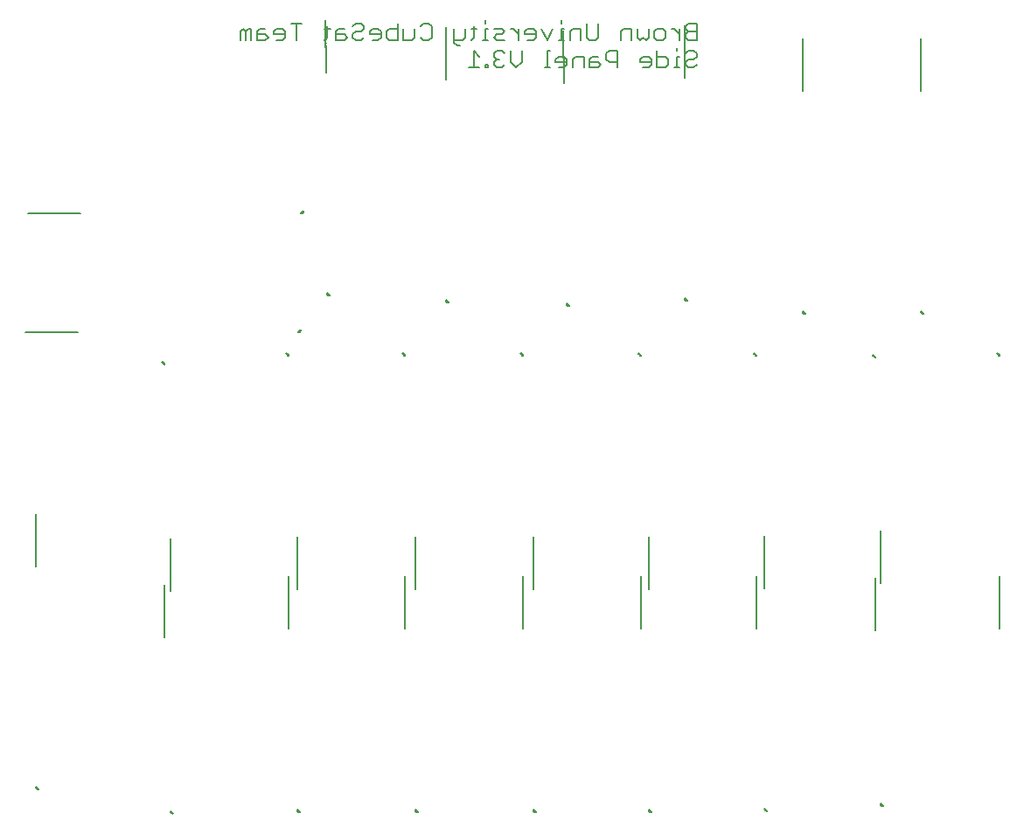
<source format=gbo>
G75*
%MOIN*%
%OFA0B0*%
%FSLAX25Y25*%
%IPPOS*%
%LPD*%
%AMOC8*
5,1,8,0,0,1.08239X$1,22.5*
%
%ADD10C,0.00600*%
%ADD11C,0.00500*%
D10*
X0420967Y0301635D02*
X0425237Y0301635D01*
X0423102Y0301635D02*
X0423102Y0308040D01*
X0425237Y0305905D01*
X0427393Y0302702D02*
X0427393Y0301635D01*
X0428460Y0301635D01*
X0428460Y0302702D01*
X0427393Y0302702D01*
X0430635Y0302702D02*
X0431703Y0301635D01*
X0433838Y0301635D01*
X0434906Y0302702D01*
X0437081Y0303770D02*
X0439216Y0301635D01*
X0441351Y0303770D01*
X0441351Y0308040D01*
X0440277Y0312135D02*
X0440277Y0316405D01*
X0440277Y0314270D02*
X0438142Y0316405D01*
X0437074Y0316405D01*
X0434906Y0315337D02*
X0433838Y0316405D01*
X0430635Y0316405D01*
X0428460Y0316405D02*
X0427393Y0316405D01*
X0427393Y0312135D01*
X0428460Y0312135D02*
X0426325Y0312135D01*
X0423096Y0313202D02*
X0422028Y0312135D01*
X0423096Y0313202D02*
X0423096Y0317473D01*
X0424163Y0316405D02*
X0422028Y0316405D01*
X0419866Y0316405D02*
X0419866Y0313202D01*
X0418799Y0312135D01*
X0415596Y0312135D01*
X0415596Y0311067D02*
X0416663Y0309999D01*
X0417731Y0309999D01*
X0415596Y0311067D02*
X0415596Y0316405D01*
X0406975Y0317473D02*
X0406975Y0313202D01*
X0405908Y0312135D01*
X0403772Y0312135D01*
X0402705Y0313202D01*
X0400530Y0313202D02*
X0399462Y0312135D01*
X0396259Y0312135D01*
X0396259Y0316405D01*
X0394084Y0316405D02*
X0390881Y0316405D01*
X0389814Y0315337D01*
X0389814Y0313202D01*
X0390881Y0312135D01*
X0394084Y0312135D01*
X0394084Y0318540D01*
X0400530Y0316405D02*
X0400530Y0313202D01*
X0402705Y0317473D02*
X0403772Y0318540D01*
X0405908Y0318540D01*
X0406975Y0317473D01*
X0387639Y0315337D02*
X0387639Y0313202D01*
X0386571Y0312135D01*
X0384436Y0312135D01*
X0383368Y0314270D02*
X0387639Y0314270D01*
X0387639Y0315337D02*
X0386571Y0316405D01*
X0384436Y0316405D01*
X0383368Y0315337D01*
X0383368Y0314270D01*
X0381193Y0313202D02*
X0380126Y0312135D01*
X0377990Y0312135D01*
X0376923Y0313202D01*
X0376923Y0314270D01*
X0377990Y0315337D01*
X0380126Y0315337D01*
X0381193Y0316405D01*
X0381193Y0317473D01*
X0380126Y0318540D01*
X0377990Y0318540D01*
X0376923Y0317473D01*
X0373680Y0316405D02*
X0371545Y0316405D01*
X0370477Y0315337D01*
X0370477Y0312135D01*
X0373680Y0312135D01*
X0374748Y0313202D01*
X0373680Y0314270D01*
X0370477Y0314270D01*
X0368302Y0316405D02*
X0366167Y0316405D01*
X0367235Y0317473D02*
X0367235Y0313202D01*
X0366167Y0312135D01*
X0355425Y0312135D02*
X0355425Y0318540D01*
X0357560Y0318540D02*
X0353289Y0318540D01*
X0351114Y0315337D02*
X0350047Y0316405D01*
X0347911Y0316405D01*
X0346844Y0315337D01*
X0346844Y0314270D01*
X0351114Y0314270D01*
X0351114Y0315337D02*
X0351114Y0313202D01*
X0350047Y0312135D01*
X0347911Y0312135D01*
X0344669Y0313202D02*
X0343601Y0314270D01*
X0340398Y0314270D01*
X0340398Y0315337D02*
X0340398Y0312135D01*
X0343601Y0312135D01*
X0344669Y0313202D01*
X0343601Y0316405D02*
X0341466Y0316405D01*
X0340398Y0315337D01*
X0338223Y0316405D02*
X0338223Y0312135D01*
X0336088Y0312135D02*
X0336088Y0315337D01*
X0335020Y0316405D01*
X0333953Y0315337D01*
X0333953Y0312135D01*
X0336088Y0315337D02*
X0337156Y0316405D01*
X0338223Y0316405D01*
X0427393Y0318540D02*
X0427393Y0319608D01*
X0431703Y0314270D02*
X0433838Y0314270D01*
X0434906Y0315337D01*
X0434906Y0312135D02*
X0431703Y0312135D01*
X0430635Y0313202D01*
X0431703Y0314270D01*
X0431703Y0308040D02*
X0430635Y0306973D01*
X0430635Y0305905D01*
X0431703Y0304837D01*
X0430635Y0303770D01*
X0430635Y0302702D01*
X0431703Y0304837D02*
X0432770Y0304837D01*
X0434906Y0306973D02*
X0433838Y0308040D01*
X0431703Y0308040D01*
X0437081Y0308040D02*
X0437081Y0303770D01*
X0443520Y0312135D02*
X0445655Y0312135D01*
X0446722Y0313202D01*
X0446722Y0315337D01*
X0445655Y0316405D01*
X0443520Y0316405D01*
X0442452Y0315337D01*
X0442452Y0314270D01*
X0446722Y0314270D01*
X0448898Y0316405D02*
X0451033Y0312135D01*
X0453168Y0316405D01*
X0456397Y0316405D02*
X0456397Y0312135D01*
X0455330Y0312135D02*
X0457465Y0312135D01*
X0459640Y0312135D02*
X0459640Y0315337D01*
X0460708Y0316405D01*
X0463910Y0316405D01*
X0463910Y0312135D01*
X0466086Y0313202D02*
X0466086Y0318540D01*
X0470356Y0318540D02*
X0470356Y0313202D01*
X0469288Y0312135D01*
X0467153Y0312135D01*
X0466086Y0313202D01*
X0457465Y0316405D02*
X0456397Y0316405D01*
X0456397Y0318540D02*
X0456397Y0319608D01*
X0452094Y0308040D02*
X0451026Y0308040D01*
X0451026Y0301635D01*
X0452094Y0301635D02*
X0449958Y0301635D01*
X0454269Y0303770D02*
X0458539Y0303770D01*
X0458539Y0304837D02*
X0457472Y0305905D01*
X0455336Y0305905D01*
X0454269Y0304837D01*
X0454269Y0303770D01*
X0455336Y0301635D02*
X0457472Y0301635D01*
X0458539Y0302702D01*
X0458539Y0304837D01*
X0460714Y0304837D02*
X0460714Y0301635D01*
X0460714Y0304837D02*
X0461782Y0305905D01*
X0464985Y0305905D01*
X0464985Y0301635D01*
X0467160Y0301635D02*
X0470363Y0301635D01*
X0471430Y0302702D01*
X0470363Y0303770D01*
X0467160Y0303770D01*
X0467160Y0304837D02*
X0467160Y0301635D01*
X0467160Y0304837D02*
X0468227Y0305905D01*
X0470363Y0305905D01*
X0473605Y0306973D02*
X0473605Y0304837D01*
X0474673Y0303770D01*
X0477876Y0303770D01*
X0477876Y0301635D02*
X0477876Y0308040D01*
X0474673Y0308040D01*
X0473605Y0306973D01*
X0478977Y0312135D02*
X0478977Y0315337D01*
X0480044Y0316405D01*
X0483247Y0316405D01*
X0483247Y0312135D01*
X0485422Y0313202D02*
X0485422Y0316405D01*
X0485422Y0313202D02*
X0486490Y0312135D01*
X0487557Y0313202D01*
X0488625Y0312135D01*
X0489692Y0313202D01*
X0489692Y0316405D01*
X0491868Y0315337D02*
X0492935Y0316405D01*
X0495070Y0316405D01*
X0496138Y0315337D01*
X0496138Y0313202D01*
X0495070Y0312135D01*
X0492935Y0312135D01*
X0491868Y0313202D01*
X0491868Y0315337D01*
X0498306Y0316405D02*
X0499374Y0316405D01*
X0501509Y0314270D01*
X0501509Y0312135D02*
X0501509Y0316405D01*
X0503684Y0316405D02*
X0504752Y0315337D01*
X0507955Y0315337D01*
X0507955Y0312135D02*
X0504752Y0312135D01*
X0503684Y0313202D01*
X0503684Y0314270D01*
X0504752Y0315337D01*
X0503684Y0316405D02*
X0503684Y0317473D01*
X0504752Y0318540D01*
X0507955Y0318540D01*
X0507955Y0312135D01*
X0506887Y0308040D02*
X0507955Y0306973D01*
X0507955Y0305905D01*
X0506887Y0304837D01*
X0504752Y0304837D01*
X0503684Y0303770D01*
X0503684Y0302702D01*
X0504752Y0301635D01*
X0506887Y0301635D01*
X0507955Y0302702D01*
X0501509Y0301635D02*
X0499374Y0301635D01*
X0500442Y0301635D02*
X0500442Y0305905D01*
X0501509Y0305905D01*
X0500442Y0308040D02*
X0500442Y0309108D01*
X0503684Y0306973D02*
X0504752Y0308040D01*
X0506887Y0308040D01*
X0497212Y0304837D02*
X0496145Y0305905D01*
X0492942Y0305905D01*
X0492942Y0308040D02*
X0492942Y0301635D01*
X0496145Y0301635D01*
X0497212Y0302702D01*
X0497212Y0304837D01*
X0490767Y0304837D02*
X0490767Y0302702D01*
X0489699Y0301635D01*
X0487564Y0301635D01*
X0486496Y0303770D02*
X0490767Y0303770D01*
X0490767Y0304837D02*
X0489699Y0305905D01*
X0487564Y0305905D01*
X0486496Y0304837D01*
X0486496Y0303770D01*
D11*
X0256168Y0027374D02*
X0257168Y0026374D01*
X0256909Y0026408D01*
X0256668Y0026508D01*
X0256461Y0026667D01*
X0256302Y0026874D01*
X0256202Y0027115D01*
X0256168Y0027374D01*
X0256171Y0027351D02*
X0256191Y0027351D01*
X0256318Y0026852D02*
X0256689Y0026852D01*
X0307507Y0018240D02*
X0308507Y0017240D01*
X0308248Y0017274D01*
X0308007Y0017374D01*
X0307799Y0017533D01*
X0307641Y0017740D01*
X0307541Y0017981D01*
X0307507Y0018240D01*
X0307583Y0017879D02*
X0307867Y0017879D01*
X0307998Y0017381D02*
X0308366Y0017381D01*
X0355656Y0018634D02*
X0356656Y0017634D01*
X0356397Y0017668D01*
X0356156Y0017768D01*
X0355949Y0017927D01*
X0355790Y0018134D01*
X0355690Y0018375D01*
X0355656Y0018634D01*
X0355690Y0018378D02*
X0355912Y0018378D01*
X0356011Y0017879D02*
X0356411Y0017879D01*
X0400656Y0018634D02*
X0401656Y0017634D01*
X0401397Y0017668D01*
X0401156Y0017768D01*
X0400949Y0017927D01*
X0400790Y0018134D01*
X0400690Y0018375D01*
X0400656Y0018634D01*
X0400690Y0018378D02*
X0400912Y0018378D01*
X0401011Y0017879D02*
X0401411Y0017879D01*
X0445656Y0018634D02*
X0446656Y0017634D01*
X0446397Y0017668D01*
X0446156Y0017768D01*
X0445949Y0017927D01*
X0445790Y0018134D01*
X0445690Y0018375D01*
X0445656Y0018634D01*
X0445690Y0018378D02*
X0445912Y0018378D01*
X0446011Y0017879D02*
X0446411Y0017879D01*
X0489672Y0018634D02*
X0490672Y0017634D01*
X0490413Y0017668D01*
X0490172Y0017768D01*
X0489965Y0017927D01*
X0489806Y0018134D01*
X0489706Y0018375D01*
X0489672Y0018634D01*
X0489706Y0018378D02*
X0489928Y0018378D01*
X0490027Y0017879D02*
X0490426Y0017879D01*
X0533885Y0019224D02*
X0534885Y0018224D01*
X0534626Y0018258D01*
X0534385Y0018358D01*
X0534177Y0018517D01*
X0534018Y0018724D01*
X0533919Y0018966D01*
X0533885Y0019224D01*
X0533956Y0018876D02*
X0534233Y0018876D01*
X0534359Y0018378D02*
X0534731Y0018378D01*
X0578097Y0020917D02*
X0579097Y0019917D01*
X0578838Y0019951D01*
X0578597Y0020051D01*
X0578390Y0020210D01*
X0578231Y0020417D01*
X0578131Y0020659D01*
X0578097Y0020917D01*
X0578103Y0020870D02*
X0578144Y0020870D01*
X0578266Y0020372D02*
X0578643Y0020372D01*
X0576050Y0087043D02*
X0576050Y0107043D01*
X0576050Y0088043D01*
X0576050Y0107043D01*
X0576050Y0087043D01*
X0578097Y0104917D02*
X0578097Y0123917D01*
X0578097Y0104917D01*
X0578097Y0124917D01*
X0578097Y0104917D01*
X0533885Y0103224D02*
X0533885Y0122224D01*
X0533885Y0103224D01*
X0533885Y0123224D01*
X0533885Y0103224D01*
X0530656Y0107634D02*
X0530656Y0088634D01*
X0530656Y0107634D01*
X0530656Y0087634D01*
X0530656Y0107634D01*
X0489672Y0102634D02*
X0489672Y0121634D01*
X0489672Y0102634D01*
X0489672Y0122634D01*
X0489672Y0102634D01*
X0486640Y0107634D02*
X0486640Y0088634D01*
X0486640Y0107634D01*
X0486640Y0087634D01*
X0486640Y0107634D01*
X0445656Y0102634D02*
X0445656Y0121634D01*
X0445656Y0102634D01*
X0445656Y0122634D01*
X0445656Y0102634D01*
X0441837Y0107634D02*
X0441837Y0088634D01*
X0441837Y0107634D01*
X0441837Y0087634D01*
X0441837Y0107634D01*
X0400656Y0102634D02*
X0400656Y0121634D01*
X0400656Y0102634D01*
X0400656Y0122634D01*
X0400656Y0102634D01*
X0396837Y0107634D02*
X0396837Y0088634D01*
X0396837Y0107634D01*
X0396837Y0087634D01*
X0396837Y0107634D01*
X0355656Y0102634D02*
X0355656Y0121634D01*
X0355656Y0102634D01*
X0355656Y0122634D01*
X0355656Y0102634D01*
X0352428Y0107634D02*
X0352428Y0088634D01*
X0352428Y0107634D01*
X0352428Y0087634D01*
X0352428Y0107634D01*
X0307507Y0102240D02*
X0307507Y0121240D01*
X0307507Y0102240D01*
X0307507Y0122240D01*
X0307507Y0102240D01*
X0305066Y0104524D02*
X0305066Y0085524D01*
X0305066Y0104524D01*
X0305066Y0084524D01*
X0305066Y0104524D01*
X0256168Y0111374D02*
X0256168Y0130374D01*
X0256168Y0111374D01*
X0256168Y0131374D01*
X0256168Y0111374D01*
X0305066Y0188524D02*
X0304066Y0189524D01*
X0304324Y0189490D01*
X0304566Y0189390D01*
X0304773Y0189231D01*
X0304932Y0189024D01*
X0305032Y0188782D01*
X0305066Y0188524D01*
X0304996Y0188869D02*
X0304721Y0188869D01*
X0304595Y0189367D02*
X0304222Y0189367D01*
X0271995Y0200735D02*
X0252995Y0200768D01*
X0270995Y0200737D01*
X0271995Y0200735D01*
X0251995Y0200770D01*
X0271995Y0200735D01*
X0351428Y0192634D02*
X0352428Y0191634D01*
X0352394Y0191893D01*
X0352294Y0192134D01*
X0352135Y0192341D01*
X0351928Y0192500D01*
X0351687Y0192600D01*
X0351428Y0192634D01*
X0351703Y0192358D02*
X0352112Y0192358D01*
X0352202Y0191860D02*
X0352398Y0191860D01*
X0355995Y0200588D02*
X0356996Y0201587D01*
X0356962Y0201328D01*
X0356862Y0201087D01*
X0356702Y0200880D01*
X0356495Y0200721D01*
X0356254Y0200622D01*
X0355995Y0200588D01*
X0356240Y0200833D02*
X0356641Y0200833D01*
X0356740Y0201331D02*
X0356962Y0201331D01*
X0367455Y0214896D02*
X0367247Y0215054D01*
X0367088Y0215260D01*
X0366987Y0215501D01*
X0366952Y0215760D01*
X0367955Y0214763D01*
X0367696Y0214797D01*
X0367455Y0214896D01*
X0367737Y0214791D02*
X0367927Y0214791D01*
X0367425Y0215290D02*
X0367075Y0215290D01*
X0395837Y0192634D02*
X0396837Y0191634D01*
X0396803Y0191893D01*
X0396703Y0192134D01*
X0396544Y0192341D01*
X0396337Y0192500D01*
X0396096Y0192600D01*
X0395837Y0192634D01*
X0396113Y0192358D02*
X0396522Y0192358D01*
X0396611Y0191860D02*
X0396808Y0191860D01*
X0412681Y0212257D02*
X0412522Y0212465D01*
X0412423Y0212706D01*
X0412388Y0212965D01*
X0413388Y0211965D01*
X0413130Y0211999D01*
X0412888Y0212099D01*
X0412681Y0212257D01*
X0412650Y0212299D02*
X0413054Y0212299D01*
X0412556Y0212797D02*
X0412410Y0212797D01*
X0440837Y0192634D02*
X0441837Y0191634D01*
X0441803Y0191893D01*
X0441703Y0192134D01*
X0441544Y0192341D01*
X0441337Y0192500D01*
X0441096Y0192600D01*
X0440837Y0192634D01*
X0441113Y0192358D02*
X0441522Y0192358D01*
X0441611Y0191860D02*
X0441808Y0191860D01*
X0458662Y0210962D02*
X0458501Y0211167D01*
X0458398Y0211407D01*
X0458360Y0211665D01*
X0459373Y0210678D01*
X0459113Y0210708D01*
X0458871Y0210805D01*
X0458662Y0210962D01*
X0458877Y0210803D02*
X0459244Y0210803D01*
X0458733Y0211302D02*
X0458443Y0211302D01*
X0485640Y0192634D02*
X0486640Y0191634D01*
X0486606Y0191893D01*
X0486506Y0192134D01*
X0486348Y0192341D01*
X0486140Y0192500D01*
X0485899Y0192600D01*
X0485640Y0192634D01*
X0485916Y0192358D02*
X0486325Y0192358D01*
X0486415Y0191860D02*
X0486611Y0191860D01*
X0503705Y0212927D02*
X0503546Y0213134D01*
X0503446Y0213375D01*
X0503412Y0213634D01*
X0504412Y0212634D01*
X0504153Y0212668D01*
X0503912Y0212768D01*
X0503705Y0212927D01*
X0503874Y0212797D02*
X0504249Y0212797D01*
X0503750Y0213296D02*
X0503479Y0213296D01*
X0529656Y0192634D02*
X0530656Y0191634D01*
X0530622Y0191893D01*
X0530522Y0192134D01*
X0530363Y0192341D01*
X0530156Y0192500D01*
X0529915Y0192600D01*
X0529656Y0192634D01*
X0529932Y0192358D02*
X0530341Y0192358D01*
X0530430Y0191860D02*
X0530626Y0191860D01*
X0548705Y0207927D02*
X0548546Y0208134D01*
X0548446Y0208375D01*
X0548412Y0208634D01*
X0549412Y0207634D01*
X0549153Y0207668D01*
X0548912Y0207768D01*
X0548705Y0207927D01*
X0548854Y0207812D02*
X0549234Y0207812D01*
X0548735Y0208311D02*
X0548473Y0208311D01*
X0575050Y0192043D02*
X0576050Y0191043D01*
X0576016Y0191302D01*
X0575916Y0191543D01*
X0575757Y0191750D01*
X0575550Y0191909D01*
X0575309Y0192009D01*
X0575050Y0192043D01*
X0575233Y0191860D02*
X0575614Y0191860D01*
X0575732Y0191361D02*
X0575991Y0191361D01*
X0593705Y0208124D02*
X0593546Y0208331D01*
X0593446Y0208572D01*
X0593412Y0208831D01*
X0594412Y0207831D01*
X0594153Y0207865D01*
X0593912Y0207965D01*
X0593705Y0208124D01*
X0593561Y0208311D02*
X0593932Y0208311D01*
X0593434Y0208809D02*
X0593415Y0208809D01*
X0622412Y0192634D02*
X0623412Y0191634D01*
X0623378Y0191893D01*
X0623278Y0192134D01*
X0623119Y0192341D01*
X0622912Y0192500D01*
X0622671Y0192600D01*
X0622412Y0192634D01*
X0622688Y0192358D02*
X0623097Y0192358D01*
X0623186Y0191860D02*
X0623382Y0191860D01*
X0623412Y0107634D02*
X0623412Y0088634D01*
X0623412Y0107634D01*
X0623412Y0087634D01*
X0623412Y0107634D01*
X0358003Y0246441D02*
X0357844Y0246234D01*
X0357636Y0246075D01*
X0357395Y0245975D01*
X0357136Y0245941D01*
X0358136Y0246941D01*
X0358102Y0246682D01*
X0358003Y0246441D01*
X0358104Y0246696D02*
X0357892Y0246696D01*
X0357796Y0246197D02*
X0357393Y0246197D01*
X0273136Y0245941D02*
X0254136Y0245941D01*
X0273136Y0245941D01*
X0253136Y0245941D01*
X0273136Y0245941D01*
X0366659Y0299759D02*
X0366592Y0318759D01*
X0366655Y0300759D01*
X0366659Y0299759D01*
X0366589Y0319759D01*
X0366659Y0299759D01*
X0366656Y0300535D02*
X0366656Y0300535D01*
X0366654Y0301034D02*
X0366654Y0301034D01*
X0366651Y0302031D02*
X0366651Y0302031D01*
X0366647Y0303028D02*
X0366647Y0303028D01*
X0366644Y0304025D02*
X0366644Y0304025D01*
X0366642Y0304523D02*
X0366642Y0304523D01*
X0366639Y0305520D02*
X0366639Y0305520D01*
X0366635Y0306517D02*
X0366635Y0306517D01*
X0366632Y0307514D02*
X0366632Y0307514D01*
X0366632Y0307514D01*
X0366626Y0309010D02*
X0366626Y0309010D01*
X0366623Y0310007D02*
X0366623Y0310007D01*
X0366619Y0311004D02*
X0366619Y0311004D01*
X0366619Y0311004D01*
X0366614Y0312499D02*
X0366614Y0312499D01*
X0366611Y0313497D02*
X0366611Y0313497D01*
X0366607Y0314494D02*
X0366607Y0314494D01*
X0366607Y0314494D01*
X0366599Y0316986D02*
X0366599Y0316986D01*
X0366599Y0316986D01*
X0366595Y0317983D02*
X0366595Y0317983D01*
X0366595Y0317983D01*
X0366592Y0318980D02*
X0366592Y0318980D01*
X0366590Y0319479D02*
X0366590Y0319479D01*
X0412388Y0316965D02*
X0412388Y0296965D01*
X0412388Y0315965D01*
X0412388Y0296965D01*
X0412388Y0316965D01*
X0457090Y0315658D02*
X0457334Y0295659D01*
X0457102Y0314658D01*
X0457322Y0296659D01*
X0457334Y0295659D01*
X0457090Y0315658D01*
X0457092Y0315491D02*
X0457092Y0315491D01*
X0457098Y0314992D02*
X0457098Y0314992D01*
X0503412Y0316634D02*
X0503412Y0297634D01*
X0503412Y0317634D01*
X0503412Y0297634D01*
X0503412Y0316634D01*
X0548412Y0312634D02*
X0548412Y0292634D01*
X0548412Y0311634D01*
X0548412Y0292634D01*
X0548412Y0312634D01*
X0593412Y0312831D02*
X0593412Y0292831D01*
X0593412Y0311831D01*
X0593412Y0292831D01*
X0593412Y0312831D01*
M02*

</source>
